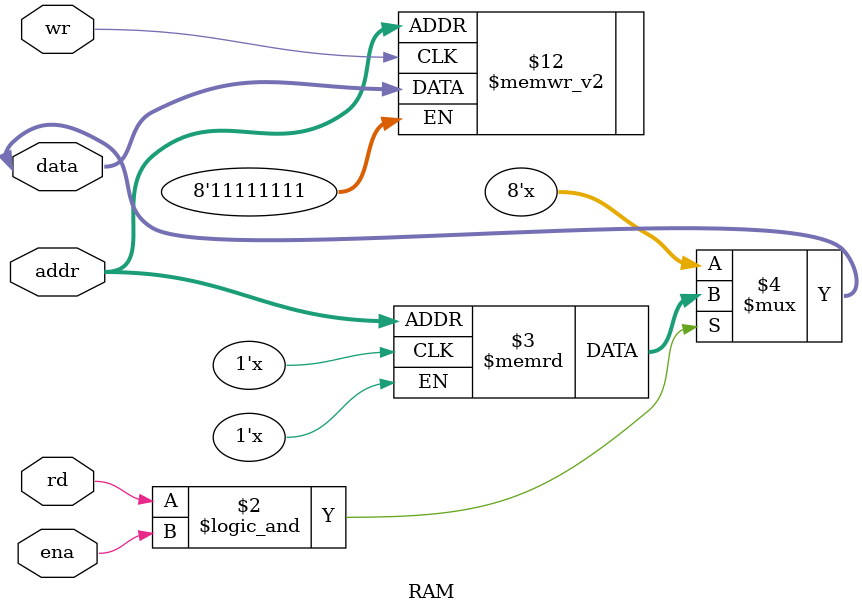
<source format=v>
module RAM(
	data,
	addr,
	ena,
	rd,
	wr
);

inout [7:0] data;
input [12:0] addr;
input ena;
input rd, wr;
//13 * 8
reg [7:0] mem[10'h3ff:10'h200];

assign data = (rd && ena)? mem[addr]:8'hzz;

always@(posedge wr)begin
	mem[addr] <= data;
end

endmodule
</source>
